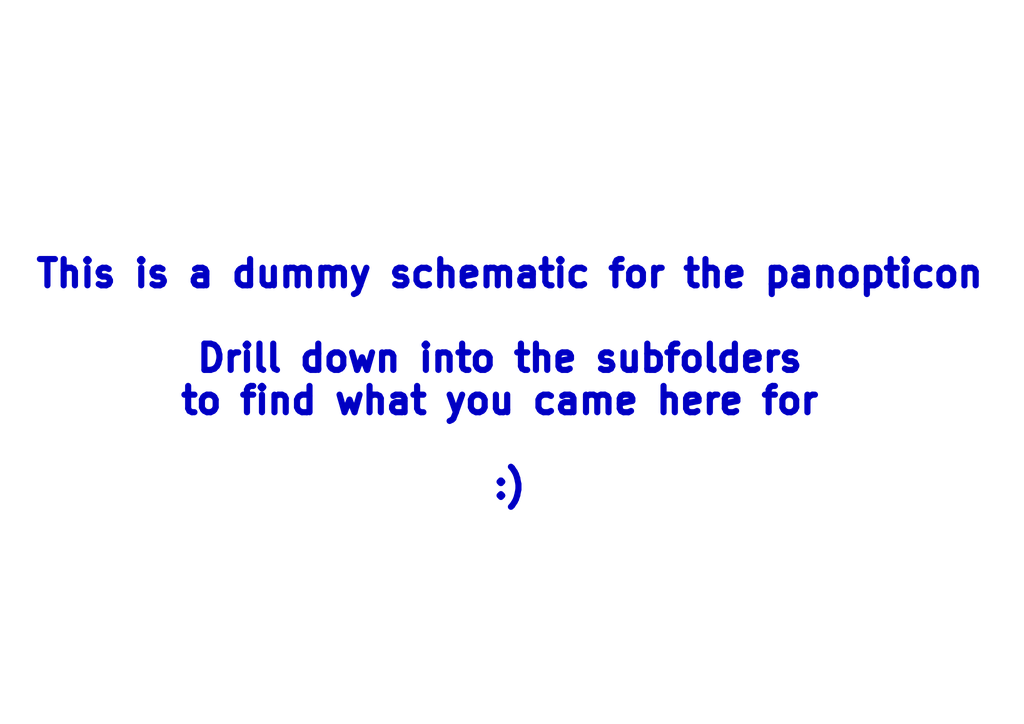
<source format=kicad_sch>
(kicad_sch
	(version 20231120)
	(generator "eeschema")
	(generator_version "8.0")
	(uuid "f741fe92-68a7-4b98-af28-796575e7db8e")
	(paper "A4")
	(lib_symbols)
	(text "This is a dummy schematic for the panopticon\n\nDrill down into the subfolders \nto find what you came here for \n\n:)"
		(exclude_from_sim no)
		(at 147.828 110.236 0)
		(effects
			(font
				(size 7.62 7.62)
				(thickness 1.778)
				(bold yes)
			)
		)
		(uuid "68ff5faa-6640-4694-bd93-aeb9054b6999")
	)
	(sheet_instances
		(path "/"
			(page "1")
		)
	)
)

</source>
